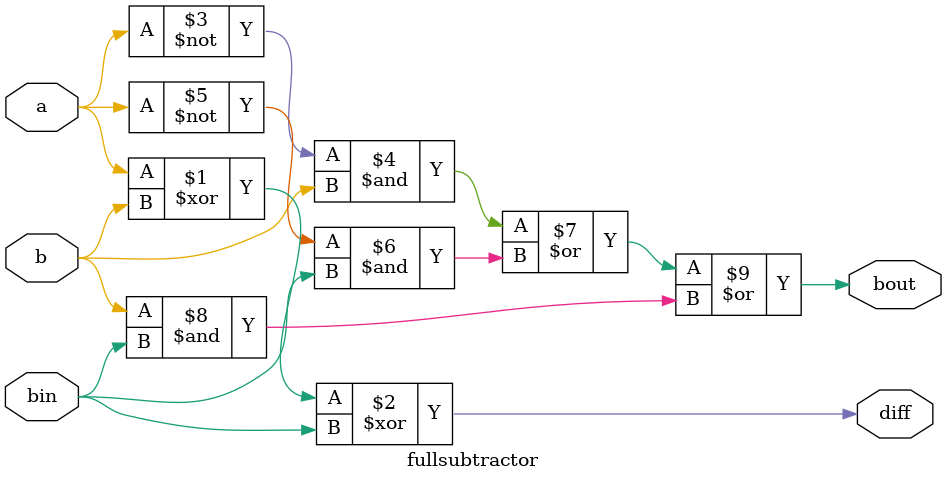
<source format=v>
module fullsubtractor(
    input a,        
    input b,           
    input bin,         
    output diff,    // Difference output (a - b - bin)
    output bout     // Borrow out
);

       assign diff = a ^ b ^ bin;

       assign bout = (~a & b) | (~a & bin) | (b & bin);

endmodule

</source>
